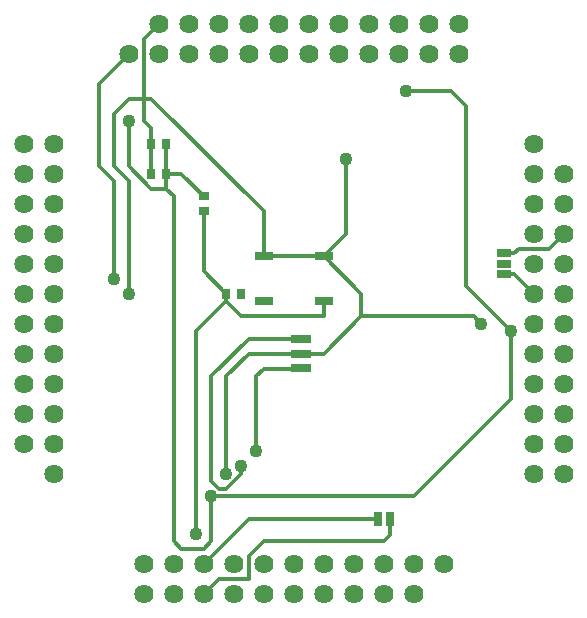
<source format=gbl>
G75*
G70*
%OFA0B0*%
%FSLAX24Y24*%
%IPPOS*%
%LPD*%
%AMOC8*
5,1,8,0,0,1.08239X$1,22.5*
%
%ADD10R,0.0354X0.0276*%
%ADD11R,0.0669X0.0276*%
%ADD12R,0.0276X0.0354*%
%ADD13R,0.0600X0.0300*%
%ADD14R,0.0500X0.0250*%
%ADD15R,0.0250X0.0500*%
%ADD16C,0.0640*%
%ADD17C,0.0120*%
%ADD18C,0.0436*%
D10*
X007105Y014302D03*
X007105Y014814D03*
D11*
X010355Y010031D03*
X010355Y009558D03*
X010355Y009086D03*
D12*
X008361Y011558D03*
X007849Y011558D03*
X005861Y015558D03*
X005349Y015558D03*
X005349Y016558D03*
X005861Y016558D03*
D13*
X009105Y012808D03*
X009105Y011308D03*
X011105Y011308D03*
X011105Y012808D03*
D14*
X017105Y012908D03*
X017105Y012558D03*
X017105Y012208D03*
D15*
X013305Y004058D03*
X012905Y004058D03*
D16*
X005105Y001558D03*
X006105Y001558D03*
X006105Y002558D03*
X005105Y002558D03*
X007105Y002558D03*
X007105Y001558D03*
X008105Y001558D03*
X008105Y002558D03*
X009105Y002558D03*
X009105Y001558D03*
X010105Y001558D03*
X010105Y002558D03*
X011105Y002558D03*
X011105Y001558D03*
X012105Y001558D03*
X012105Y002558D03*
X013105Y002558D03*
X013105Y001558D03*
X014105Y001558D03*
X014105Y002558D03*
X015105Y002558D03*
X018105Y005558D03*
X018105Y006558D03*
X019105Y006558D03*
X019105Y005558D03*
X019105Y007558D03*
X019105Y008558D03*
X019105Y009558D03*
X019105Y010558D03*
X019105Y011558D03*
X019105Y012558D03*
X019105Y013558D03*
X019105Y014558D03*
X019105Y015558D03*
X018105Y015558D03*
X018105Y014558D03*
X018105Y013558D03*
X018105Y012558D03*
X018105Y011558D03*
X018105Y010558D03*
X018105Y009558D03*
X018105Y008558D03*
X018105Y007558D03*
X018105Y016558D03*
X015605Y019558D03*
X015605Y020558D03*
X014605Y020558D03*
X013605Y020558D03*
X013605Y019558D03*
X014605Y019558D03*
X012605Y019558D03*
X011605Y019558D03*
X011605Y020558D03*
X012605Y020558D03*
X010605Y020558D03*
X009605Y020558D03*
X009605Y019558D03*
X010605Y019558D03*
X008605Y019558D03*
X007605Y019558D03*
X007605Y020558D03*
X008605Y020558D03*
X006605Y020558D03*
X005605Y020558D03*
X005605Y019558D03*
X006605Y019558D03*
X004605Y019558D03*
X002105Y016558D03*
X002105Y015558D03*
X002105Y014558D03*
X002105Y013558D03*
X002105Y012558D03*
X002105Y011558D03*
X002105Y010558D03*
X002105Y009558D03*
X002105Y008558D03*
X002105Y007558D03*
X002105Y006558D03*
X002105Y005558D03*
X001105Y006558D03*
X001105Y007558D03*
X001105Y008558D03*
X001105Y009558D03*
X001105Y010558D03*
X001105Y011558D03*
X001105Y012558D03*
X001105Y013558D03*
X001105Y014558D03*
X001105Y015558D03*
X001105Y016558D03*
D17*
X003605Y015808D02*
X003605Y018558D01*
X004605Y019558D01*
X005105Y020058D02*
X005605Y020558D01*
X005105Y020058D02*
X005105Y018058D01*
X005355Y018058D01*
X009105Y014308D01*
X009105Y012808D01*
X011105Y012808D01*
X011855Y013558D01*
X011855Y016058D01*
X013855Y018308D02*
X015355Y018308D01*
X015855Y017808D01*
X015855Y011808D01*
X017355Y010308D01*
X017355Y008058D01*
X014105Y004808D01*
X007355Y004808D01*
X007355Y003308D01*
X007105Y003058D01*
X006355Y003058D01*
X006105Y003308D01*
X006105Y014808D01*
X005855Y015058D01*
X005855Y015552D01*
X005861Y015558D01*
X006361Y015558D01*
X007105Y014814D01*
X007105Y014302D02*
X007105Y012302D01*
X007849Y011558D01*
X007849Y011314D01*
X006855Y010320D01*
X006855Y003558D01*
X007105Y002558D02*
X008605Y004058D01*
X012905Y004058D01*
X013305Y004058D02*
X013305Y003508D01*
X013105Y003308D01*
X009105Y003308D01*
X008605Y002808D01*
X008605Y002058D01*
X007605Y002058D01*
X007105Y001558D01*
X007605Y005058D02*
X007355Y005308D01*
X007355Y008808D01*
X008605Y010058D01*
X010327Y010058D01*
X010355Y010031D01*
X010355Y009558D02*
X011105Y009558D01*
X012355Y010808D01*
X012355Y011558D01*
X011105Y012808D01*
X011105Y011308D02*
X011105Y010808D01*
X008355Y010808D01*
X007849Y011314D01*
X008605Y009558D02*
X010355Y009558D01*
X010355Y009086D02*
X010327Y009058D01*
X009105Y009058D01*
X008855Y008808D01*
X008855Y006308D01*
X008355Y005808D02*
X008355Y005558D01*
X007855Y005058D01*
X007605Y005058D01*
X007855Y005558D02*
X007855Y008808D01*
X008605Y009558D01*
X012355Y010808D02*
X016105Y010808D01*
X016355Y010558D01*
X017105Y012208D02*
X017455Y012208D01*
X018105Y011558D01*
X017455Y012908D02*
X017105Y012908D01*
X017455Y012908D02*
X017605Y013058D01*
X018605Y013058D01*
X019105Y013558D01*
X005855Y015058D02*
X005355Y015058D01*
X004605Y015808D01*
X004605Y017308D01*
X004105Y017558D02*
X004605Y018058D01*
X005105Y018058D01*
X005105Y017308D01*
X005349Y017064D01*
X005349Y016558D01*
X005355Y015558D01*
X005349Y015558D01*
X005861Y015558D02*
X005861Y016558D01*
X004605Y015308D02*
X004105Y015808D01*
X004105Y017558D01*
X003605Y015808D02*
X004105Y015308D01*
X004105Y012058D01*
X004605Y011558D02*
X004605Y015308D01*
D18*
X004605Y017308D03*
X004105Y012058D03*
X004605Y011558D03*
X008855Y006308D03*
X008355Y005808D03*
X007855Y005558D03*
X007355Y004808D03*
X006855Y003558D03*
X016355Y010558D03*
X017355Y010308D03*
X011855Y016058D03*
X013855Y018308D03*
M02*

</source>
